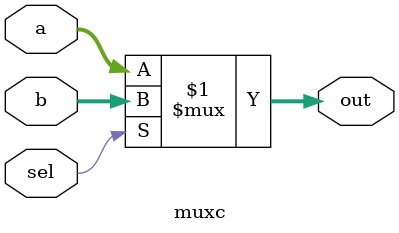
<source format=v>
`timescale 1ns / 1ps

module ALUSystem(
    input[1:0] RF_OutASel,
    input[1:0] RF_OutBSel, 
    input[1:0] RF_FunSel,
    input[3:0] RF_RegSel,
    input[3:0] ALU_FunSel,
    input[1:0] ARF_OutCSel, 
    input[1:0] ARF_OutDSel, 
    input[1:0] ARF_FunSel,
    input[2:0] ARF_RegSel,
    input IR_LH,
    input IR_Enable,
    input[1:0] IR_Funsel,
    input Mem_WR,
    input Mem_CS,
    input[1:0] MuxASel,
    input[1:0] MuxBSel,
    input MuxCSel,
    input Clock
    );
    
    wire[7:0] AOut,BOut; //Register file out
    wire[7:0] ALUOut; //ALU out
    wire[3:0] ALUOutFlag; //ALU out flag
    wire[7:0] ARF_COut, Address; //ARF out
    wire[7:0] MemoryOut;
    wire[15:0] IROut;
    wire[7:0] MuxAOut, MuxBOut, MuxCOut;
//    wire [7:0] irout8;
//    assign irout8 = IROut[7:0];
    registerFile registerFile(MuxAOut, RF_OutASel, RF_OutBSel, RF_FunSel, RF_RegSel,Clock, AOut,BOut);
    muxc muxC(ARF_COut, AOut, MuxCSel, MuxCOut);
    alu ALU(MuxCOut, BOut, ALU_FunSel, ALUOut, ALUOutFlag);
    Memory MEM(Address, ALUOut, Mem_WR, Mem_CS,Clock,MemoryOut);
    addressRegisterFile ARF(MuxBOut, ARF_OutCSel, ARF_OutDSel, ARF_FunSel, ARF_RegSel, Clock,ARF_COut, Address);
    mux muxB(8'bxxxxxxxx,IROut[7:0], MemoryOut,ALUOut,MuxBSel,MuxBOut );
    registerIR IR(MemoryOut, IR_LH, IR_Enable, IR_Funsel, Clock, IROut);
    mux muxA(IROut[7:0], MemoryOut,ARF_COut,ALUOut,MuxASel,MuxAOut );

endmodule

module Memory(
    input wire[7:0] address,
    input wire[7:0] data,
    input wire wr,
    input wire cs,
    input wire clock,
    output reg[7:0] o
);

    reg[7:0] RAM_DATA[0:255];
    
    initial $readmemh("RAM.mem", RAM_DATA);
    
    always@(*) begin
        o = ~wr && ~cs ? RAM_DATA[address] : 8'hz;
    end
    
    always@(posedge clock) begin
        if(wr && ~cs) begin
            RAM_DATA[address] <= data;
        end
    end
endmodule


module funcRegister8( CLK, E, Din, Dout, FunSel);
    
    input CLK;
    input E;
    input [7:0] Din; // Data input for load
    output reg [7:0] Dout;
    input [1:0] FunSel;
        
    always @(posedge CLK) begin
        
        if(E) begin // Enable is on
            case(FunSel)
                2'b00: 
                    Dout <= Dout - 1; // decrement
                2'b01: 
                    Dout <= Dout + 1; // increment
                2'b10:
                    Dout <= Din; // load
                2'b11: 
                    Dout <= 8'b00000000; // clear
                default:
                    begin end
            endcase // switch case end
        end // if end
        
        else // Enable is off 
            Dout = Dout; // retain value
    end // always end
               
endmodule

module funcRegister16( CLK, E, Din, Dout, FunSel);
    
    input CLK;
    input E;
    input [15:0] Din; // Data input for load
    output reg [15:0] Dout;
    input [1:0] FunSel;
        
    always @(posedge CLK) begin
        
        if(E) begin // Enable is on
            case(FunSel)
                2'b00: 
                    Dout <= Dout - 1; // decrement
                2'b01: 
                    Dout <= Dout + 1; // increment
                2'b10:
                    Dout <= Din; // load
                2'b11: 
                    Dout <= 16'b0000000000000000; // clear
                default:
                    begin end
            endcase // switch case end
        end // if end
        
        else // Enable is off 
            Dout = Dout; // retain value
    end // always end
               
endmodule

module registerFile(Data_in, OutASel, OutBSel, FunSel, RegSel, CLK, Data_out_A, Data_out_B);
    
    input CLK;
    input [1:0] OutASel;
    input [1:0] OutBSel;
    input [1:0] FunSel;
    input [3:0] RegSel;
    input [7:0] Data_in; // Data input for load
    output wire [7:0] Data_out_A; // data out A
    output wire [7:0] Data_out_B; // data out B
    wire [7:0] temp0,temp1,temp2,temp3;
    
    funcRegister8 reg1 (CLK, ~RegSel[0], Data_in, temp0, FunSel);
    funcRegister8 reg2 (CLK,  ~RegSel[1], Data_in, temp1, FunSel);  
    funcRegister8 reg3 (CLK,  ~RegSel[2], Data_in, temp2, FunSel);  
    funcRegister8 reg4 (CLK,  ~RegSel[3], Data_in, temp3, FunSel);   
    
    mux MUX1(temp3, temp2, temp1, temp0, OutASel, Data_out_A);
    mux MUX2(temp3, temp2, temp1, temp0, OutBSel, Data_out_B);

endmodule

module addressRegisterFile(Data_in, OutCSel, OutDSel, FunSel, RegSel, CLK, Data_out_C, Data_out_D);
    input CLK;
    input [1:0] OutCSel;
    input [1:0] OutDSel;
    input [1:0] FunSel;
    input [2:0] RegSel;
    input [7:0] Data_in; // Data input for load
    output  [7:0] Data_out_C; // data out A
    output  [7:0] Data_out_D; // data out B
    wire [7:0] temp1, temp2, temp3;
    
    funcRegister8 PC (CLK, ~RegSel[0], Data_in, temp1, FunSel);
    funcRegister8 AR (CLK, ~RegSel[1], Data_in, temp2, FunSel);  
    funcRegister8 SP (CLK, ~RegSel[2], Data_in, temp3, FunSel); 
   
    mux MUX1(temp1, temp1,temp2,temp3, OutCSel, Data_out_C);
    mux MUX2(temp1, temp1,temp2,temp3, OutDSel, Data_out_D);
endmodule

module registerIR(IRin, LowHigh, Enable, FunSel, CLK, IRout);
    input [7:0] IRin;
    input LowHigh;
    input Enable;
    input [1:0] FunSel;
    input CLK;
    output reg [15:0] IRout;

    always @(posedge CLK) begin         
            if(Enable)
            begin // Enable is on
                case(FunSel)
                    2'b00: 
                        IRout <= IRout - 1; // decrement
                    2'b01: 
                        IRout <= IRout + 1; // increment
                    2'b10:
                    begin
                        if(LowHigh)
                            IRout[7:0] = IRin;
                        else
                            IRout[15:8] = IRin;
                    end
                    2'b11: 
                        IRout <= 16'b0000000000000000; // clear
                    default:
                        begin end
                endcase // switch case end
            end // if end
            
        end // always end
endmodule

module alu( input[7:0] A,input[7:0] B,input[3:0] FunSel,output[7:0] OutAlu, output[3:0] ZCNO ); 
    reg[7:0] outPut;
    reg[3:0] ZCNO1;
    reg[8:0] overflow;
    assign OutAlu = outPut;
    assign ZCNO = ZCNO1;
    wire C;
    assign C = ZCNO1[2];
    always@ (*)
    begin
        case(FunSel)
            4'b0000: begin outPut = A; end
            4'b0001: begin outPut = B; end
            4'b0010: begin outPut = ~A; end
            4'b0011: begin outPut = ~B; end
            4'b0100: begin
                        overflow = A+B;
                        outPut = overflow[7:0];
                        ZCNO1[2] = overflow[8];
                        if (A>0&&B<0) begin ZCNO1[0]= overflow[7] ? 1:0 ; end if (A<0&&B>0) begin ZCNO1[0]= overflow[7] ?  1:0; end else begin ZCNO1[0]=1; end
                        end
            4'b0101: begin     
                        if(A==1) begin overflow = A+B+C; end else begin overflow = A+B; end
                        outPut = overflow[7:0];
                        ZCNO1[2] = overflow[8];
                        if (A>0&&B<0) begin ZCNO1[0]= overflow[7] ? 1:0 ; end if (A<0&&B>0) begin ZCNO1[0]= overflow[7] ?  1:0; end else begin ZCNO1[0]=1; end
                        end
            4'b0110: begin
                        overflow = A+ ~B + 1;
                        outPut = overflow[7:0];
                        ZCNO1[2] = overflow[8];
                        if (A>0&&B<0) begin ZCNO1[0]= overflow[7] ? 1:0 ; end if (A<0&&B>0) begin ZCNO1[0]= overflow[7] ?  1:0; end else begin ZCNO1[0]=1; end
                        end
            4'b0111: begin
                        outPut = A&B;
                        end
            4'b1000: begin outPut = A|B; end
            4'b1001: begin outPut = A^B; end
            4'b1010: begin
                        outPut = {A[6:0],1'b0};
                        ZCNO1[2] = A[7];
                        end
            4'b1011: begin
                        outPut = {1'b0,A[7:1]};
                        ZCNO1[2] = A[0];
                        end
            4'b1100: begin  
                        outPut = {A[6:0],1'b0};
                        if(A[7]!=outPut[7])begin ZCNO1[0]=1; end else begin ZCNO1[0]=0;end 
                        end  
            4'b1101: begin outPut = {A[7],A[7:1]}; end
            4'b1110: begin  
                        outPut = {A[6:0],A[7]};
                        ZCNO1[2] = A[7];
                        if(A[7]!=outPut[7])begin ZCNO1[0] = 1; end else begin ZCNO1[0]=0;end
                        end
            4'b1111: begin  
                        outPut = {A[0],A[7:1]};
                        ZCNO1[2] = A[0];
                        if(A[7]!=outPut[7])begin ZCNO1[0] = 1; end else begin ZCNO1[0]=0;end
                        end                                                                               
        endcase
                        if(outPut==0) begin ZCNO1[3] = 1; end
                        if(outPut<0) begin ZCNO1[1] = 1; end else begin ZCNO1[1] = 0; end
    end
endmodule

module mux ( input [7:0] a, input [7:0] b, input [7:0] c, input [7:0] d, input [1:0] sel,output [7:0] out); 

 assign out = sel[1] ? (sel[0] ? d : c) : (sel[0] ? b : a); 

endmodule

module muxc ( 
input [7:0] a, 
input [7:0] b, 
input [0:0] sel,
output [7:0] out); 
    assign out=(sel)?b:a;
endmodule




</source>
